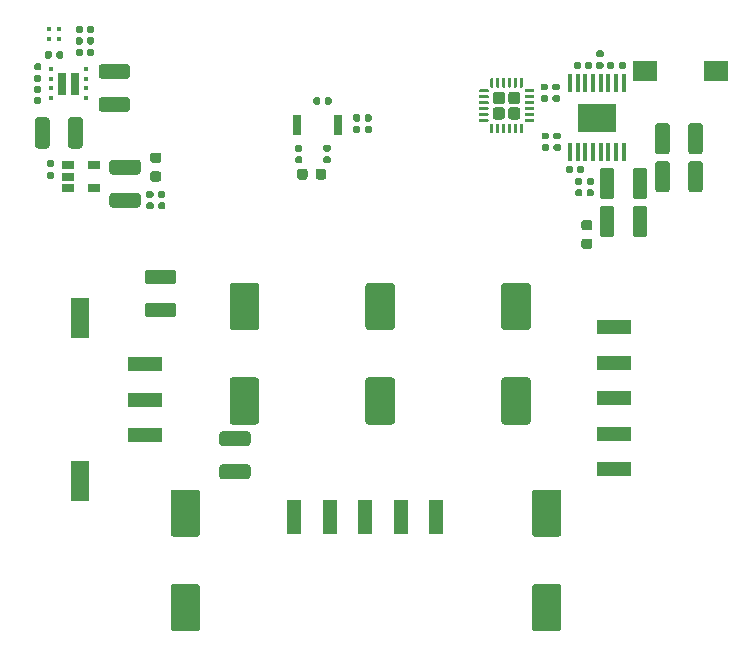
<source format=gtp>
G04 #@! TF.GenerationSoftware,KiCad,Pcbnew,5.99.0-unknown-dd374e12a~102~ubuntu20.04.1*
G04 #@! TF.CreationDate,2020-12-04T17:09:39-08:00*
G04 #@! TF.ProjectId,BLDC,424c4443-2e6b-4696-9361-645f70636258,rev?*
G04 #@! TF.SameCoordinates,Original*
G04 #@! TF.FileFunction,Paste,Top*
G04 #@! TF.FilePolarity,Positive*
%FSLAX46Y46*%
G04 Gerber Fmt 4.6, Leading zero omitted, Abs format (unit mm)*
G04 Created by KiCad (PCBNEW 5.99.0-unknown-dd374e12a~102~ubuntu20.04.1) date 2020-12-04 17:09:39*
%MOMM*%
%LPD*%
G01*
G04 APERTURE LIST*
%ADD10R,3.290000X2.410000*%
%ADD11R,0.450000X1.500000*%
%ADD12R,2.000000X1.700000*%
%ADD13R,0.450000X0.450000*%
%ADD14R,1.060000X0.650000*%
%ADD15R,2.920000X1.270000*%
%ADD16R,1.650000X3.430000*%
%ADD17R,0.800000X1.700000*%
%ADD18R,1.270000X2.920000*%
%ADD19R,0.450000X0.400000*%
%ADD20R,0.800000X1.900000*%
G04 APERTURE END LIST*
G36*
G01*
X162307500Y-93240000D02*
X162652500Y-93240000D01*
G75*
G02*
X162800000Y-93387500I0J-147500D01*
G01*
X162800000Y-93682500D01*
G75*
G02*
X162652500Y-93830000I-147500J0D01*
G01*
X162307500Y-93830000D01*
G75*
G02*
X162160000Y-93682500I0J147500D01*
G01*
X162160000Y-93387500D01*
G75*
G02*
X162307500Y-93240000I147500J0D01*
G01*
G37*
G36*
G01*
X162307500Y-92270000D02*
X162652500Y-92270000D01*
G75*
G02*
X162800000Y-92417500I0J-147500D01*
G01*
X162800000Y-92712500D01*
G75*
G02*
X162652500Y-92860000I-147500J0D01*
G01*
X162307500Y-92860000D01*
G75*
G02*
X162160000Y-92712500I0J147500D01*
G01*
X162160000Y-92417500D01*
G75*
G02*
X162307500Y-92270000I147500J0D01*
G01*
G37*
G36*
G01*
X163317500Y-92270000D02*
X163662500Y-92270000D01*
G75*
G02*
X163810000Y-92417500I0J-147500D01*
G01*
X163810000Y-92712500D01*
G75*
G02*
X163662500Y-92860000I-147500J0D01*
G01*
X163317500Y-92860000D01*
G75*
G02*
X163170000Y-92712500I0J147500D01*
G01*
X163170000Y-92417500D01*
G75*
G02*
X163317500Y-92270000I147500J0D01*
G01*
G37*
G36*
G01*
X163317500Y-93240000D02*
X163662500Y-93240000D01*
G75*
G02*
X163810000Y-93387500I0J-147500D01*
G01*
X163810000Y-93682500D01*
G75*
G02*
X163662500Y-93830000I-147500J0D01*
G01*
X163317500Y-93830000D01*
G75*
G02*
X163170000Y-93682500I0J147500D01*
G01*
X163170000Y-93387500D01*
G75*
G02*
X163317500Y-93240000I147500J0D01*
G01*
G37*
G36*
G01*
X142350000Y-95543750D02*
X142350000Y-96056250D01*
G75*
G02*
X142131250Y-96275000I-218750J0D01*
G01*
X141693750Y-96275000D01*
G75*
G02*
X141475000Y-96056250I0J218750D01*
G01*
X141475000Y-95543750D01*
G75*
G02*
X141693750Y-95325000I218750J0D01*
G01*
X142131250Y-95325000D01*
G75*
G02*
X142350000Y-95543750I0J-218750D01*
G01*
G37*
G36*
G01*
X143925000Y-95543750D02*
X143925000Y-96056250D01*
G75*
G02*
X143706250Y-96275000I-218750J0D01*
G01*
X143268750Y-96275000D01*
G75*
G02*
X143050000Y-96056250I0J218750D01*
G01*
X143050000Y-95543750D01*
G75*
G02*
X143268750Y-95325000I218750J0D01*
G01*
X143706250Y-95325000D01*
G75*
G02*
X143925000Y-95543750I0J-218750D01*
G01*
G37*
G36*
G01*
X129756250Y-94850000D02*
X129243750Y-94850000D01*
G75*
G02*
X129025000Y-94631250I0J218750D01*
G01*
X129025000Y-94193750D01*
G75*
G02*
X129243750Y-93975000I218750J0D01*
G01*
X129756250Y-93975000D01*
G75*
G02*
X129975000Y-94193750I0J-218750D01*
G01*
X129975000Y-94631250D01*
G75*
G02*
X129756250Y-94850000I-218750J0D01*
G01*
G37*
G36*
G01*
X129756250Y-96425000D02*
X129243750Y-96425000D01*
G75*
G02*
X129025000Y-96206250I0J218750D01*
G01*
X129025000Y-95768750D01*
G75*
G02*
X129243750Y-95550000I218750J0D01*
G01*
X129756250Y-95550000D01*
G75*
G02*
X129975000Y-95768750I0J-218750D01*
G01*
X129975000Y-96206250D01*
G75*
G02*
X129756250Y-96425000I-218750J0D01*
G01*
G37*
D10*
X166851329Y-91000000D03*
D11*
X164576329Y-88100000D03*
X164576329Y-93900000D03*
X165226329Y-88100000D03*
X165226329Y-93900000D03*
X165876329Y-88100000D03*
X165876329Y-93900000D03*
X166526329Y-88100000D03*
X166526329Y-93900000D03*
X167176329Y-88100000D03*
X167176329Y-93900000D03*
X167826329Y-88100000D03*
X167826329Y-93900000D03*
X168476329Y-88100000D03*
X168476329Y-93900000D03*
X169126329Y-88100000D03*
X169126329Y-93900000D03*
D12*
X176900000Y-87100000D03*
X170900000Y-87100000D03*
G36*
G01*
X138000000Y-109000000D02*
X136000000Y-109000000D01*
G75*
G02*
X135750000Y-108750000I0J250000D01*
G01*
X135750000Y-105250000D01*
G75*
G02*
X136000000Y-105000000I250000J0D01*
G01*
X138000000Y-105000000D01*
G75*
G02*
X138250000Y-105250000I0J-250000D01*
G01*
X138250000Y-108750000D01*
G75*
G02*
X138000000Y-109000000I-250000J0D01*
G01*
G37*
G36*
G01*
X138000000Y-117000000D02*
X136000000Y-117000000D01*
G75*
G02*
X135750000Y-116750000I0J250000D01*
G01*
X135750000Y-113250000D01*
G75*
G02*
X136000000Y-113000000I250000J0D01*
G01*
X138000000Y-113000000D01*
G75*
G02*
X138250000Y-113250000I0J-250000D01*
G01*
X138250000Y-116750000D01*
G75*
G02*
X138000000Y-117000000I-250000J0D01*
G01*
G37*
G36*
G01*
X149500000Y-109000000D02*
X147500000Y-109000000D01*
G75*
G02*
X147250000Y-108750000I0J250000D01*
G01*
X147250000Y-105250000D01*
G75*
G02*
X147500000Y-105000000I250000J0D01*
G01*
X149500000Y-105000000D01*
G75*
G02*
X149750000Y-105250000I0J-250000D01*
G01*
X149750000Y-108750000D01*
G75*
G02*
X149500000Y-109000000I-250000J0D01*
G01*
G37*
G36*
G01*
X149500000Y-117000000D02*
X147500000Y-117000000D01*
G75*
G02*
X147250000Y-116750000I0J250000D01*
G01*
X147250000Y-113250000D01*
G75*
G02*
X147500000Y-113000000I250000J0D01*
G01*
X149500000Y-113000000D01*
G75*
G02*
X149750000Y-113250000I0J-250000D01*
G01*
X149750000Y-116750000D01*
G75*
G02*
X149500000Y-117000000I-250000J0D01*
G01*
G37*
G36*
G01*
X161000000Y-109000000D02*
X159000000Y-109000000D01*
G75*
G02*
X158750000Y-108750000I0J250000D01*
G01*
X158750000Y-105250000D01*
G75*
G02*
X159000000Y-105000000I250000J0D01*
G01*
X161000000Y-105000000D01*
G75*
G02*
X161250000Y-105250000I0J-250000D01*
G01*
X161250000Y-108750000D01*
G75*
G02*
X161000000Y-109000000I-250000J0D01*
G01*
G37*
G36*
G01*
X161000000Y-117000000D02*
X159000000Y-117000000D01*
G75*
G02*
X158750000Y-116750000I0J250000D01*
G01*
X158750000Y-113250000D01*
G75*
G02*
X159000000Y-113000000I250000J0D01*
G01*
X161000000Y-113000000D01*
G75*
G02*
X161250000Y-113250000I0J-250000D01*
G01*
X161250000Y-116750000D01*
G75*
G02*
X161000000Y-117000000I-250000J0D01*
G01*
G37*
G36*
G01*
X131000000Y-130500000D02*
X133000000Y-130500000D01*
G75*
G02*
X133250000Y-130750000I0J-250000D01*
G01*
X133250000Y-134250000D01*
G75*
G02*
X133000000Y-134500000I-250000J0D01*
G01*
X131000000Y-134500000D01*
G75*
G02*
X130750000Y-134250000I0J250000D01*
G01*
X130750000Y-130750000D01*
G75*
G02*
X131000000Y-130500000I250000J0D01*
G01*
G37*
G36*
G01*
X131000000Y-122500000D02*
X133000000Y-122500000D01*
G75*
G02*
X133250000Y-122750000I0J-250000D01*
G01*
X133250000Y-126250000D01*
G75*
G02*
X133000000Y-126500000I-250000J0D01*
G01*
X131000000Y-126500000D01*
G75*
G02*
X130750000Y-126250000I0J250000D01*
G01*
X130750000Y-122750000D01*
G75*
G02*
X131000000Y-122500000I250000J0D01*
G01*
G37*
G36*
G01*
X161600000Y-130500000D02*
X163600000Y-130500000D01*
G75*
G02*
X163850000Y-130750000I0J-250000D01*
G01*
X163850000Y-134250000D01*
G75*
G02*
X163600000Y-134500000I-250000J0D01*
G01*
X161600000Y-134500000D01*
G75*
G02*
X161350000Y-134250000I0J250000D01*
G01*
X161350000Y-130750000D01*
G75*
G02*
X161600000Y-130500000I250000J0D01*
G01*
G37*
G36*
G01*
X161600000Y-122500000D02*
X163600000Y-122500000D01*
G75*
G02*
X163850000Y-122750000I0J-250000D01*
G01*
X163850000Y-126250000D01*
G75*
G02*
X163600000Y-126500000I-250000J0D01*
G01*
X161600000Y-126500000D01*
G75*
G02*
X161350000Y-126250000I0J250000D01*
G01*
X161350000Y-122750000D01*
G75*
G02*
X161600000Y-122500000I250000J0D01*
G01*
G37*
G36*
G01*
X122720000Y-84672500D02*
X122720000Y-84327500D01*
G75*
G02*
X122867500Y-84180000I147500J0D01*
G01*
X123162500Y-84180000D01*
G75*
G02*
X123310000Y-84327500I0J-147500D01*
G01*
X123310000Y-84672500D01*
G75*
G02*
X123162500Y-84820000I-147500J0D01*
G01*
X122867500Y-84820000D01*
G75*
G02*
X122720000Y-84672500I0J147500D01*
G01*
G37*
G36*
G01*
X123690000Y-84672500D02*
X123690000Y-84327500D01*
G75*
G02*
X123837500Y-84180000I147500J0D01*
G01*
X124132500Y-84180000D01*
G75*
G02*
X124280000Y-84327500I0J-147500D01*
G01*
X124280000Y-84672500D01*
G75*
G02*
X124132500Y-84820000I-147500J0D01*
G01*
X123837500Y-84820000D01*
G75*
G02*
X123690000Y-84672500I0J147500D01*
G01*
G37*
G36*
G01*
X122720000Y-85672500D02*
X122720000Y-85327500D01*
G75*
G02*
X122867500Y-85180000I147500J0D01*
G01*
X123162500Y-85180000D01*
G75*
G02*
X123310000Y-85327500I0J-147500D01*
G01*
X123310000Y-85672500D01*
G75*
G02*
X123162500Y-85820000I-147500J0D01*
G01*
X122867500Y-85820000D01*
G75*
G02*
X122720000Y-85672500I0J147500D01*
G01*
G37*
G36*
G01*
X123690000Y-85672500D02*
X123690000Y-85327500D01*
G75*
G02*
X123837500Y-85180000I147500J0D01*
G01*
X124132500Y-85180000D01*
G75*
G02*
X124280000Y-85327500I0J-147500D01*
G01*
X124280000Y-85672500D01*
G75*
G02*
X124132500Y-85820000I-147500J0D01*
G01*
X123837500Y-85820000D01*
G75*
G02*
X123690000Y-85672500I0J147500D01*
G01*
G37*
G36*
G01*
X129827500Y-97220000D02*
X130172500Y-97220000D01*
G75*
G02*
X130320000Y-97367500I0J-147500D01*
G01*
X130320000Y-97662500D01*
G75*
G02*
X130172500Y-97810000I-147500J0D01*
G01*
X129827500Y-97810000D01*
G75*
G02*
X129680000Y-97662500I0J147500D01*
G01*
X129680000Y-97367500D01*
G75*
G02*
X129827500Y-97220000I147500J0D01*
G01*
G37*
G36*
G01*
X129827500Y-98190000D02*
X130172500Y-98190000D01*
G75*
G02*
X130320000Y-98337500I0J-147500D01*
G01*
X130320000Y-98632500D01*
G75*
G02*
X130172500Y-98780000I-147500J0D01*
G01*
X129827500Y-98780000D01*
G75*
G02*
X129680000Y-98632500I0J147500D01*
G01*
X129680000Y-98337500D01*
G75*
G02*
X129827500Y-98190000I147500J0D01*
G01*
G37*
G36*
G01*
X141427500Y-93320000D02*
X141772500Y-93320000D01*
G75*
G02*
X141920000Y-93467500I0J-147500D01*
G01*
X141920000Y-93762500D01*
G75*
G02*
X141772500Y-93910000I-147500J0D01*
G01*
X141427500Y-93910000D01*
G75*
G02*
X141280000Y-93762500I0J147500D01*
G01*
X141280000Y-93467500D01*
G75*
G02*
X141427500Y-93320000I147500J0D01*
G01*
G37*
G36*
G01*
X141427500Y-94290000D02*
X141772500Y-94290000D01*
G75*
G02*
X141920000Y-94437500I0J-147500D01*
G01*
X141920000Y-94732500D01*
G75*
G02*
X141772500Y-94880000I-147500J0D01*
G01*
X141427500Y-94880000D01*
G75*
G02*
X141280000Y-94732500I0J147500D01*
G01*
X141280000Y-94437500D01*
G75*
G02*
X141427500Y-94290000I147500J0D01*
G01*
G37*
G36*
G01*
X122720000Y-83712220D02*
X122720000Y-83367220D01*
G75*
G02*
X122867500Y-83219720I147500J0D01*
G01*
X123162500Y-83219720D01*
G75*
G02*
X123310000Y-83367220I0J-147500D01*
G01*
X123310000Y-83712220D01*
G75*
G02*
X123162500Y-83859720I-147500J0D01*
G01*
X122867500Y-83859720D01*
G75*
G02*
X122720000Y-83712220I0J147500D01*
G01*
G37*
G36*
G01*
X123690000Y-83712220D02*
X123690000Y-83367220D01*
G75*
G02*
X123837500Y-83219720I147500J0D01*
G01*
X124132500Y-83219720D01*
G75*
G02*
X124280000Y-83367220I0J-147500D01*
G01*
X124280000Y-83712220D01*
G75*
G02*
X124132500Y-83859720I-147500J0D01*
G01*
X123837500Y-83859720D01*
G75*
G02*
X123690000Y-83712220I0J147500D01*
G01*
G37*
G36*
G01*
X144172500Y-93910000D02*
X143827500Y-93910000D01*
G75*
G02*
X143680000Y-93762500I0J147500D01*
G01*
X143680000Y-93467500D01*
G75*
G02*
X143827500Y-93320000I147500J0D01*
G01*
X144172500Y-93320000D01*
G75*
G02*
X144320000Y-93467500I0J-147500D01*
G01*
X144320000Y-93762500D01*
G75*
G02*
X144172500Y-93910000I-147500J0D01*
G01*
G37*
G36*
G01*
X144172500Y-94880000D02*
X143827500Y-94880000D01*
G75*
G02*
X143680000Y-94732500I0J147500D01*
G01*
X143680000Y-94437500D01*
G75*
G02*
X143827500Y-94290000I147500J0D01*
G01*
X144172500Y-94290000D01*
G75*
G02*
X144320000Y-94437500I0J-147500D01*
G01*
X144320000Y-94732500D01*
G75*
G02*
X144172500Y-94880000I-147500J0D01*
G01*
G37*
G36*
G01*
X147780000Y-91827500D02*
X147780000Y-92172500D01*
G75*
G02*
X147632500Y-92320000I-147500J0D01*
G01*
X147337500Y-92320000D01*
G75*
G02*
X147190000Y-92172500I0J147500D01*
G01*
X147190000Y-91827500D01*
G75*
G02*
X147337500Y-91680000I147500J0D01*
G01*
X147632500Y-91680000D01*
G75*
G02*
X147780000Y-91827500I0J-147500D01*
G01*
G37*
G36*
G01*
X146810000Y-91827500D02*
X146810000Y-92172500D01*
G75*
G02*
X146662500Y-92320000I-147500J0D01*
G01*
X146367500Y-92320000D01*
G75*
G02*
X146220000Y-92172500I0J147500D01*
G01*
X146220000Y-91827500D01*
G75*
G02*
X146367500Y-91680000I147500J0D01*
G01*
X146662500Y-91680000D01*
G75*
G02*
X146810000Y-91827500I0J-147500D01*
G01*
G37*
G36*
G01*
X120772500Y-95210000D02*
X120427500Y-95210000D01*
G75*
G02*
X120280000Y-95062500I0J147500D01*
G01*
X120280000Y-94767500D01*
G75*
G02*
X120427500Y-94620000I147500J0D01*
G01*
X120772500Y-94620000D01*
G75*
G02*
X120920000Y-94767500I0J-147500D01*
G01*
X120920000Y-95062500D01*
G75*
G02*
X120772500Y-95210000I-147500J0D01*
G01*
G37*
G36*
G01*
X120772500Y-96180000D02*
X120427500Y-96180000D01*
G75*
G02*
X120280000Y-96032500I0J147500D01*
G01*
X120280000Y-95737500D01*
G75*
G02*
X120427500Y-95590000I147500J0D01*
G01*
X120772500Y-95590000D01*
G75*
G02*
X120920000Y-95737500I0J-147500D01*
G01*
X120920000Y-96032500D01*
G75*
G02*
X120772500Y-96180000I-147500J0D01*
G01*
G37*
G36*
G01*
X147190000Y-91193780D02*
X147190000Y-90848780D01*
G75*
G02*
X147337500Y-90701280I147500J0D01*
G01*
X147632500Y-90701280D01*
G75*
G02*
X147780000Y-90848780I0J-147500D01*
G01*
X147780000Y-91193780D01*
G75*
G02*
X147632500Y-91341280I-147500J0D01*
G01*
X147337500Y-91341280D01*
G75*
G02*
X147190000Y-91193780I0J147500D01*
G01*
G37*
G36*
G01*
X146220000Y-91193780D02*
X146220000Y-90848780D01*
G75*
G02*
X146367500Y-90701280I147500J0D01*
G01*
X146662500Y-90701280D01*
G75*
G02*
X146810000Y-90848780I0J-147500D01*
G01*
X146810000Y-91193780D01*
G75*
G02*
X146662500Y-91341280I-147500J0D01*
G01*
X146367500Y-91341280D01*
G75*
G02*
X146220000Y-91193780I0J147500D01*
G01*
G37*
G36*
G01*
X163227500Y-89090000D02*
X163572500Y-89090000D01*
G75*
G02*
X163720000Y-89237500I0J-147500D01*
G01*
X163720000Y-89532500D01*
G75*
G02*
X163572500Y-89680000I-147500J0D01*
G01*
X163227500Y-89680000D01*
G75*
G02*
X163080000Y-89532500I0J147500D01*
G01*
X163080000Y-89237500D01*
G75*
G02*
X163227500Y-89090000I147500J0D01*
G01*
G37*
G36*
G01*
X163227500Y-88120000D02*
X163572500Y-88120000D01*
G75*
G02*
X163720000Y-88267500I0J-147500D01*
G01*
X163720000Y-88562500D01*
G75*
G02*
X163572500Y-88710000I-147500J0D01*
G01*
X163227500Y-88710000D01*
G75*
G02*
X163080000Y-88562500I0J147500D01*
G01*
X163080000Y-88267500D01*
G75*
G02*
X163227500Y-88120000I147500J0D01*
G01*
G37*
G36*
G01*
X162227500Y-89090000D02*
X162572500Y-89090000D01*
G75*
G02*
X162720000Y-89237500I0J-147500D01*
G01*
X162720000Y-89532500D01*
G75*
G02*
X162572500Y-89680000I-147500J0D01*
G01*
X162227500Y-89680000D01*
G75*
G02*
X162080000Y-89532500I0J147500D01*
G01*
X162080000Y-89237500D01*
G75*
G02*
X162227500Y-89090000I147500J0D01*
G01*
G37*
G36*
G01*
X162227500Y-88120000D02*
X162572500Y-88120000D01*
G75*
G02*
X162720000Y-88267500I0J-147500D01*
G01*
X162720000Y-88562500D01*
G75*
G02*
X162572500Y-88710000I-147500J0D01*
G01*
X162227500Y-88710000D01*
G75*
G02*
X162080000Y-88562500I0J147500D01*
G01*
X162080000Y-88267500D01*
G75*
G02*
X162227500Y-88120000I147500J0D01*
G01*
G37*
G36*
G01*
X143410000Y-89427500D02*
X143410000Y-89772500D01*
G75*
G02*
X143262500Y-89920000I-147500J0D01*
G01*
X142967500Y-89920000D01*
G75*
G02*
X142820000Y-89772500I0J147500D01*
G01*
X142820000Y-89427500D01*
G75*
G02*
X142967500Y-89280000I147500J0D01*
G01*
X143262500Y-89280000D01*
G75*
G02*
X143410000Y-89427500I0J-147500D01*
G01*
G37*
G36*
G01*
X144380000Y-89427500D02*
X144380000Y-89772500D01*
G75*
G02*
X144232500Y-89920000I-147500J0D01*
G01*
X143937500Y-89920000D01*
G75*
G02*
X143790000Y-89772500I0J147500D01*
G01*
X143790000Y-89427500D01*
G75*
G02*
X143937500Y-89280000I147500J0D01*
G01*
X144232500Y-89280000D01*
G75*
G02*
X144380000Y-89427500I0J-147500D01*
G01*
G37*
D13*
X120475000Y-83500000D03*
X121325000Y-83500000D03*
X121325000Y-84350000D03*
X120475000Y-84350000D03*
D14*
X122100000Y-95050000D03*
X122100000Y-96000000D03*
X122100000Y-96950000D03*
X124300000Y-96950000D03*
X124300000Y-95050000D03*
D15*
X128570000Y-111900000D03*
X128570000Y-114900000D03*
X128570000Y-117900000D03*
D16*
X123100000Y-121785000D03*
X123100000Y-108015000D03*
D17*
X141500000Y-91600000D03*
X144900000Y-91600000D03*
G36*
G01*
X119672500Y-88910000D02*
X119327500Y-88910000D01*
G75*
G02*
X119180000Y-88762500I0J147500D01*
G01*
X119180000Y-88467500D01*
G75*
G02*
X119327500Y-88320000I147500J0D01*
G01*
X119672500Y-88320000D01*
G75*
G02*
X119820000Y-88467500I0J-147500D01*
G01*
X119820000Y-88762500D01*
G75*
G02*
X119672500Y-88910000I-147500J0D01*
G01*
G37*
G36*
G01*
X119672500Y-89880000D02*
X119327500Y-89880000D01*
G75*
G02*
X119180000Y-89732500I0J147500D01*
G01*
X119180000Y-89437500D01*
G75*
G02*
X119327500Y-89290000I147500J0D01*
G01*
X119672500Y-89290000D01*
G75*
G02*
X119820000Y-89437500I0J-147500D01*
G01*
X119820000Y-89732500D01*
G75*
G02*
X119672500Y-89880000I-147500J0D01*
G01*
G37*
G36*
G01*
X119672500Y-87010000D02*
X119327500Y-87010000D01*
G75*
G02*
X119180000Y-86862500I0J147500D01*
G01*
X119180000Y-86567500D01*
G75*
G02*
X119327500Y-86420000I147500J0D01*
G01*
X119672500Y-86420000D01*
G75*
G02*
X119820000Y-86567500I0J-147500D01*
G01*
X119820000Y-86862500D01*
G75*
G02*
X119672500Y-87010000I-147500J0D01*
G01*
G37*
G36*
G01*
X119672500Y-87980000D02*
X119327500Y-87980000D01*
G75*
G02*
X119180000Y-87832500I0J147500D01*
G01*
X119180000Y-87537500D01*
G75*
G02*
X119327500Y-87390000I147500J0D01*
G01*
X119672500Y-87390000D01*
G75*
G02*
X119820000Y-87537500I0J-147500D01*
G01*
X119820000Y-87832500D01*
G75*
G02*
X119672500Y-87980000I-147500J0D01*
G01*
G37*
G36*
G01*
X168325000Y-95525000D02*
X168325000Y-97675000D01*
G75*
G02*
X168075000Y-97925000I-250000J0D01*
G01*
X167325000Y-97925000D01*
G75*
G02*
X167075000Y-97675000I0J250000D01*
G01*
X167075000Y-95525000D01*
G75*
G02*
X167325000Y-95275000I250000J0D01*
G01*
X168075000Y-95275000D01*
G75*
G02*
X168325000Y-95525000I0J-250000D01*
G01*
G37*
G36*
G01*
X171125000Y-95525000D02*
X171125000Y-97675000D01*
G75*
G02*
X170875000Y-97925000I-250000J0D01*
G01*
X170125000Y-97925000D01*
G75*
G02*
X169875000Y-97675000I0J250000D01*
G01*
X169875000Y-95525000D01*
G75*
G02*
X170125000Y-95275000I250000J0D01*
G01*
X170875000Y-95275000D01*
G75*
G02*
X171125000Y-95525000I0J-250000D01*
G01*
G37*
D18*
X153230000Y-124820000D03*
X150230000Y-124820000D03*
X147230000Y-124820000D03*
X144230000Y-124820000D03*
X141230000Y-124820000D03*
D15*
X168320000Y-108770000D03*
X168320000Y-111770000D03*
X168320000Y-114770000D03*
X168320000Y-117770000D03*
X168320000Y-120770000D03*
G36*
G01*
X135125000Y-120375000D02*
X137275000Y-120375000D01*
G75*
G02*
X137525000Y-120625000I0J-250000D01*
G01*
X137525000Y-121375000D01*
G75*
G02*
X137275000Y-121625000I-250000J0D01*
G01*
X135125000Y-121625000D01*
G75*
G02*
X134875000Y-121375000I0J250000D01*
G01*
X134875000Y-120625000D01*
G75*
G02*
X135125000Y-120375000I250000J0D01*
G01*
G37*
G36*
G01*
X135125000Y-117575000D02*
X137275000Y-117575000D01*
G75*
G02*
X137525000Y-117825000I0J-250000D01*
G01*
X137525000Y-118575000D01*
G75*
G02*
X137275000Y-118825000I-250000J0D01*
G01*
X135125000Y-118825000D01*
G75*
G02*
X134875000Y-118575000I0J250000D01*
G01*
X134875000Y-117825000D01*
G75*
G02*
X135125000Y-117575000I250000J0D01*
G01*
G37*
G36*
G01*
X128825000Y-106675000D02*
X130975000Y-106675000D01*
G75*
G02*
X131225000Y-106925000I0J-250000D01*
G01*
X131225000Y-107675000D01*
G75*
G02*
X130975000Y-107925000I-250000J0D01*
G01*
X128825000Y-107925000D01*
G75*
G02*
X128575000Y-107675000I0J250000D01*
G01*
X128575000Y-106925000D01*
G75*
G02*
X128825000Y-106675000I250000J0D01*
G01*
G37*
G36*
G01*
X128825000Y-103875000D02*
X130975000Y-103875000D01*
G75*
G02*
X131225000Y-104125000I0J-250000D01*
G01*
X131225000Y-104875000D01*
G75*
G02*
X130975000Y-105125000I-250000J0D01*
G01*
X128825000Y-105125000D01*
G75*
G02*
X128575000Y-104875000I0J250000D01*
G01*
X128575000Y-104125000D01*
G75*
G02*
X128825000Y-103875000I250000J0D01*
G01*
G37*
G36*
G01*
X160375000Y-90375000D02*
X160375000Y-90925000D01*
G75*
G02*
X160125000Y-91175000I-250000J0D01*
G01*
X159575000Y-91175000D01*
G75*
G02*
X159325000Y-90925000I0J250000D01*
G01*
X159325000Y-90375000D01*
G75*
G02*
X159575000Y-90125000I250000J0D01*
G01*
X160125000Y-90125000D01*
G75*
G02*
X160375000Y-90375000I0J-250000D01*
G01*
G37*
G36*
G01*
X160375000Y-89075000D02*
X160375000Y-89625000D01*
G75*
G02*
X160125000Y-89875000I-250000J0D01*
G01*
X159575000Y-89875000D01*
G75*
G02*
X159325000Y-89625000I0J250000D01*
G01*
X159325000Y-89075000D01*
G75*
G02*
X159575000Y-88825000I250000J0D01*
G01*
X160125000Y-88825000D01*
G75*
G02*
X160375000Y-89075000I0J-250000D01*
G01*
G37*
G36*
G01*
X159075000Y-90375000D02*
X159075000Y-90925000D01*
G75*
G02*
X158825000Y-91175000I-250000J0D01*
G01*
X158275000Y-91175000D01*
G75*
G02*
X158025000Y-90925000I0J250000D01*
G01*
X158025000Y-90375000D01*
G75*
G02*
X158275000Y-90125000I250000J0D01*
G01*
X158825000Y-90125000D01*
G75*
G02*
X159075000Y-90375000I0J-250000D01*
G01*
G37*
G36*
G01*
X159075000Y-89075000D02*
X159075000Y-89625000D01*
G75*
G02*
X158825000Y-89875000I-250000J0D01*
G01*
X158275000Y-89875000D01*
G75*
G02*
X158025000Y-89625000I0J250000D01*
G01*
X158025000Y-89075000D01*
G75*
G02*
X158275000Y-88825000I250000J0D01*
G01*
X158825000Y-88825000D01*
G75*
G02*
X159075000Y-89075000I0J-250000D01*
G01*
G37*
G36*
G01*
X161550000Y-91187500D02*
X161550000Y-91312500D01*
G75*
G02*
X161487500Y-91375000I-62500J0D01*
G01*
X160787500Y-91375000D01*
G75*
G02*
X160725000Y-91312500I0J62500D01*
G01*
X160725000Y-91187500D01*
G75*
G02*
X160787500Y-91125000I62500J0D01*
G01*
X161487500Y-91125000D01*
G75*
G02*
X161550000Y-91187500I0J-62500D01*
G01*
G37*
G36*
G01*
X161550000Y-90687500D02*
X161550000Y-90812500D01*
G75*
G02*
X161487500Y-90875000I-62500J0D01*
G01*
X160787500Y-90875000D01*
G75*
G02*
X160725000Y-90812500I0J62500D01*
G01*
X160725000Y-90687500D01*
G75*
G02*
X160787500Y-90625000I62500J0D01*
G01*
X161487500Y-90625000D01*
G75*
G02*
X161550000Y-90687500I0J-62500D01*
G01*
G37*
G36*
G01*
X161550000Y-90187500D02*
X161550000Y-90312500D01*
G75*
G02*
X161487500Y-90375000I-62500J0D01*
G01*
X160787500Y-90375000D01*
G75*
G02*
X160725000Y-90312500I0J62500D01*
G01*
X160725000Y-90187500D01*
G75*
G02*
X160787500Y-90125000I62500J0D01*
G01*
X161487500Y-90125000D01*
G75*
G02*
X161550000Y-90187500I0J-62500D01*
G01*
G37*
G36*
G01*
X161550000Y-89687500D02*
X161550000Y-89812500D01*
G75*
G02*
X161487500Y-89875000I-62500J0D01*
G01*
X160787500Y-89875000D01*
G75*
G02*
X160725000Y-89812500I0J62500D01*
G01*
X160725000Y-89687500D01*
G75*
G02*
X160787500Y-89625000I62500J0D01*
G01*
X161487500Y-89625000D01*
G75*
G02*
X161550000Y-89687500I0J-62500D01*
G01*
G37*
G36*
G01*
X161550000Y-89187500D02*
X161550000Y-89312500D01*
G75*
G02*
X161487500Y-89375000I-62500J0D01*
G01*
X160787500Y-89375000D01*
G75*
G02*
X160725000Y-89312500I0J62500D01*
G01*
X160725000Y-89187500D01*
G75*
G02*
X160787500Y-89125000I62500J0D01*
G01*
X161487500Y-89125000D01*
G75*
G02*
X161550000Y-89187500I0J-62500D01*
G01*
G37*
G36*
G01*
X161550000Y-88687500D02*
X161550000Y-88812500D01*
G75*
G02*
X161487500Y-88875000I-62500J0D01*
G01*
X160787500Y-88875000D01*
G75*
G02*
X160725000Y-88812500I0J62500D01*
G01*
X160725000Y-88687500D01*
G75*
G02*
X160787500Y-88625000I62500J0D01*
G01*
X161487500Y-88625000D01*
G75*
G02*
X161550000Y-88687500I0J-62500D01*
G01*
G37*
G36*
G01*
X160575000Y-87712500D02*
X160575000Y-88412500D01*
G75*
G02*
X160512500Y-88475000I-62500J0D01*
G01*
X160387500Y-88475000D01*
G75*
G02*
X160325000Y-88412500I0J62500D01*
G01*
X160325000Y-87712500D01*
G75*
G02*
X160387500Y-87650000I62500J0D01*
G01*
X160512500Y-87650000D01*
G75*
G02*
X160575000Y-87712500I0J-62500D01*
G01*
G37*
G36*
G01*
X160075000Y-87712500D02*
X160075000Y-88412500D01*
G75*
G02*
X160012500Y-88475000I-62500J0D01*
G01*
X159887500Y-88475000D01*
G75*
G02*
X159825000Y-88412500I0J62500D01*
G01*
X159825000Y-87712500D01*
G75*
G02*
X159887500Y-87650000I62500J0D01*
G01*
X160012500Y-87650000D01*
G75*
G02*
X160075000Y-87712500I0J-62500D01*
G01*
G37*
G36*
G01*
X159575000Y-87712500D02*
X159575000Y-88412500D01*
G75*
G02*
X159512500Y-88475000I-62500J0D01*
G01*
X159387500Y-88475000D01*
G75*
G02*
X159325000Y-88412500I0J62500D01*
G01*
X159325000Y-87712500D01*
G75*
G02*
X159387500Y-87650000I62500J0D01*
G01*
X159512500Y-87650000D01*
G75*
G02*
X159575000Y-87712500I0J-62500D01*
G01*
G37*
G36*
G01*
X159075000Y-87712500D02*
X159075000Y-88412500D01*
G75*
G02*
X159012500Y-88475000I-62500J0D01*
G01*
X158887500Y-88475000D01*
G75*
G02*
X158825000Y-88412500I0J62500D01*
G01*
X158825000Y-87712500D01*
G75*
G02*
X158887500Y-87650000I62500J0D01*
G01*
X159012500Y-87650000D01*
G75*
G02*
X159075000Y-87712500I0J-62500D01*
G01*
G37*
G36*
G01*
X158575000Y-87712500D02*
X158575000Y-88412500D01*
G75*
G02*
X158512500Y-88475000I-62500J0D01*
G01*
X158387500Y-88475000D01*
G75*
G02*
X158325000Y-88412500I0J62500D01*
G01*
X158325000Y-87712500D01*
G75*
G02*
X158387500Y-87650000I62500J0D01*
G01*
X158512500Y-87650000D01*
G75*
G02*
X158575000Y-87712500I0J-62500D01*
G01*
G37*
G36*
G01*
X158075000Y-87712500D02*
X158075000Y-88412500D01*
G75*
G02*
X158012500Y-88475000I-62500J0D01*
G01*
X157887500Y-88475000D01*
G75*
G02*
X157825000Y-88412500I0J62500D01*
G01*
X157825000Y-87712500D01*
G75*
G02*
X157887500Y-87650000I62500J0D01*
G01*
X158012500Y-87650000D01*
G75*
G02*
X158075000Y-87712500I0J-62500D01*
G01*
G37*
G36*
G01*
X157675000Y-88687500D02*
X157675000Y-88812500D01*
G75*
G02*
X157612500Y-88875000I-62500J0D01*
G01*
X156912500Y-88875000D01*
G75*
G02*
X156850000Y-88812500I0J62500D01*
G01*
X156850000Y-88687500D01*
G75*
G02*
X156912500Y-88625000I62500J0D01*
G01*
X157612500Y-88625000D01*
G75*
G02*
X157675000Y-88687500I0J-62500D01*
G01*
G37*
G36*
G01*
X157675000Y-89187500D02*
X157675000Y-89312500D01*
G75*
G02*
X157612500Y-89375000I-62500J0D01*
G01*
X156912500Y-89375000D01*
G75*
G02*
X156850000Y-89312500I0J62500D01*
G01*
X156850000Y-89187500D01*
G75*
G02*
X156912500Y-89125000I62500J0D01*
G01*
X157612500Y-89125000D01*
G75*
G02*
X157675000Y-89187500I0J-62500D01*
G01*
G37*
G36*
G01*
X157675000Y-89687500D02*
X157675000Y-89812500D01*
G75*
G02*
X157612500Y-89875000I-62500J0D01*
G01*
X156912500Y-89875000D01*
G75*
G02*
X156850000Y-89812500I0J62500D01*
G01*
X156850000Y-89687500D01*
G75*
G02*
X156912500Y-89625000I62500J0D01*
G01*
X157612500Y-89625000D01*
G75*
G02*
X157675000Y-89687500I0J-62500D01*
G01*
G37*
G36*
G01*
X157675000Y-90187500D02*
X157675000Y-90312500D01*
G75*
G02*
X157612500Y-90375000I-62500J0D01*
G01*
X156912500Y-90375000D01*
G75*
G02*
X156850000Y-90312500I0J62500D01*
G01*
X156850000Y-90187500D01*
G75*
G02*
X156912500Y-90125000I62500J0D01*
G01*
X157612500Y-90125000D01*
G75*
G02*
X157675000Y-90187500I0J-62500D01*
G01*
G37*
G36*
G01*
X157675000Y-90687500D02*
X157675000Y-90812500D01*
G75*
G02*
X157612500Y-90875000I-62500J0D01*
G01*
X156912500Y-90875000D01*
G75*
G02*
X156850000Y-90812500I0J62500D01*
G01*
X156850000Y-90687500D01*
G75*
G02*
X156912500Y-90625000I62500J0D01*
G01*
X157612500Y-90625000D01*
G75*
G02*
X157675000Y-90687500I0J-62500D01*
G01*
G37*
G36*
G01*
X157675000Y-91187500D02*
X157675000Y-91312500D01*
G75*
G02*
X157612500Y-91375000I-62500J0D01*
G01*
X156912500Y-91375000D01*
G75*
G02*
X156850000Y-91312500I0J62500D01*
G01*
X156850000Y-91187500D01*
G75*
G02*
X156912500Y-91125000I62500J0D01*
G01*
X157612500Y-91125000D01*
G75*
G02*
X157675000Y-91187500I0J-62500D01*
G01*
G37*
G36*
G01*
X158075000Y-91587500D02*
X158075000Y-92287500D01*
G75*
G02*
X158012500Y-92350000I-62500J0D01*
G01*
X157887500Y-92350000D01*
G75*
G02*
X157825000Y-92287500I0J62500D01*
G01*
X157825000Y-91587500D01*
G75*
G02*
X157887500Y-91525000I62500J0D01*
G01*
X158012500Y-91525000D01*
G75*
G02*
X158075000Y-91587500I0J-62500D01*
G01*
G37*
G36*
G01*
X158575000Y-91587500D02*
X158575000Y-92287500D01*
G75*
G02*
X158512500Y-92350000I-62500J0D01*
G01*
X158387500Y-92350000D01*
G75*
G02*
X158325000Y-92287500I0J62500D01*
G01*
X158325000Y-91587500D01*
G75*
G02*
X158387500Y-91525000I62500J0D01*
G01*
X158512500Y-91525000D01*
G75*
G02*
X158575000Y-91587500I0J-62500D01*
G01*
G37*
G36*
G01*
X159075000Y-91587500D02*
X159075000Y-92287500D01*
G75*
G02*
X159012500Y-92350000I-62500J0D01*
G01*
X158887500Y-92350000D01*
G75*
G02*
X158825000Y-92287500I0J62500D01*
G01*
X158825000Y-91587500D01*
G75*
G02*
X158887500Y-91525000I62500J0D01*
G01*
X159012500Y-91525000D01*
G75*
G02*
X159075000Y-91587500I0J-62500D01*
G01*
G37*
G36*
G01*
X159575000Y-91587500D02*
X159575000Y-92287500D01*
G75*
G02*
X159512500Y-92350000I-62500J0D01*
G01*
X159387500Y-92350000D01*
G75*
G02*
X159325000Y-92287500I0J62500D01*
G01*
X159325000Y-91587500D01*
G75*
G02*
X159387500Y-91525000I62500J0D01*
G01*
X159512500Y-91525000D01*
G75*
G02*
X159575000Y-91587500I0J-62500D01*
G01*
G37*
G36*
G01*
X160075000Y-91587500D02*
X160075000Y-92287500D01*
G75*
G02*
X160012500Y-92350000I-62500J0D01*
G01*
X159887500Y-92350000D01*
G75*
G02*
X159825000Y-92287500I0J62500D01*
G01*
X159825000Y-91587500D01*
G75*
G02*
X159887500Y-91525000I62500J0D01*
G01*
X160012500Y-91525000D01*
G75*
G02*
X160075000Y-91587500I0J-62500D01*
G01*
G37*
G36*
G01*
X160575000Y-91587500D02*
X160575000Y-92287500D01*
G75*
G02*
X160512500Y-92350000I-62500J0D01*
G01*
X160387500Y-92350000D01*
G75*
G02*
X160325000Y-92287500I0J62500D01*
G01*
X160325000Y-91587500D01*
G75*
G02*
X160387500Y-91525000I62500J0D01*
G01*
X160512500Y-91525000D01*
G75*
G02*
X160575000Y-91587500I0J-62500D01*
G01*
G37*
G36*
G01*
X173025000Y-94925000D02*
X173025000Y-97075000D01*
G75*
G02*
X172775000Y-97325000I-250000J0D01*
G01*
X172025000Y-97325000D01*
G75*
G02*
X171775000Y-97075000I0J250000D01*
G01*
X171775000Y-94925000D01*
G75*
G02*
X172025000Y-94675000I250000J0D01*
G01*
X172775000Y-94675000D01*
G75*
G02*
X173025000Y-94925000I0J-250000D01*
G01*
G37*
G36*
G01*
X175825000Y-94925000D02*
X175825000Y-97075000D01*
G75*
G02*
X175575000Y-97325000I-250000J0D01*
G01*
X174825000Y-97325000D01*
G75*
G02*
X174575000Y-97075000I0J250000D01*
G01*
X174575000Y-94925000D01*
G75*
G02*
X174825000Y-94675000I250000J0D01*
G01*
X175575000Y-94675000D01*
G75*
G02*
X175825000Y-94925000I0J-250000D01*
G01*
G37*
G36*
G01*
X127075000Y-87725000D02*
X124925000Y-87725000D01*
G75*
G02*
X124675000Y-87475000I0J250000D01*
G01*
X124675000Y-86725000D01*
G75*
G02*
X124925000Y-86475000I250000J0D01*
G01*
X127075000Y-86475000D01*
G75*
G02*
X127325000Y-86725000I0J-250000D01*
G01*
X127325000Y-87475000D01*
G75*
G02*
X127075000Y-87725000I-250000J0D01*
G01*
G37*
G36*
G01*
X127075000Y-90525000D02*
X124925000Y-90525000D01*
G75*
G02*
X124675000Y-90275000I0J250000D01*
G01*
X124675000Y-89525000D01*
G75*
G02*
X124925000Y-89275000I250000J0D01*
G01*
X127075000Y-89275000D01*
G75*
G02*
X127325000Y-89525000I0J-250000D01*
G01*
X127325000Y-90275000D01*
G75*
G02*
X127075000Y-90525000I-250000J0D01*
G01*
G37*
G36*
G01*
X127975000Y-95825000D02*
X125825000Y-95825000D01*
G75*
G02*
X125575000Y-95575000I0J250000D01*
G01*
X125575000Y-94825000D01*
G75*
G02*
X125825000Y-94575000I250000J0D01*
G01*
X127975000Y-94575000D01*
G75*
G02*
X128225000Y-94825000I0J-250000D01*
G01*
X128225000Y-95575000D01*
G75*
G02*
X127975000Y-95825000I-250000J0D01*
G01*
G37*
G36*
G01*
X127975000Y-98625000D02*
X125825000Y-98625000D01*
G75*
G02*
X125575000Y-98375000I0J250000D01*
G01*
X125575000Y-97625000D01*
G75*
G02*
X125825000Y-97375000I250000J0D01*
G01*
X127975000Y-97375000D01*
G75*
G02*
X128225000Y-97625000I0J-250000D01*
G01*
X128225000Y-98375000D01*
G75*
G02*
X127975000Y-98625000I-250000J0D01*
G01*
G37*
G36*
G01*
X122075000Y-93375000D02*
X122075000Y-91225000D01*
G75*
G02*
X122325000Y-90975000I250000J0D01*
G01*
X123075000Y-90975000D01*
G75*
G02*
X123325000Y-91225000I0J-250000D01*
G01*
X123325000Y-93375000D01*
G75*
G02*
X123075000Y-93625000I-250000J0D01*
G01*
X122325000Y-93625000D01*
G75*
G02*
X122075000Y-93375000I0J250000D01*
G01*
G37*
G36*
G01*
X119275000Y-93375000D02*
X119275000Y-91225000D01*
G75*
G02*
X119525000Y-90975000I250000J0D01*
G01*
X120275000Y-90975000D01*
G75*
G02*
X120525000Y-91225000I0J-250000D01*
G01*
X120525000Y-93375000D01*
G75*
G02*
X120275000Y-93625000I-250000J0D01*
G01*
X119525000Y-93625000D01*
G75*
G02*
X119275000Y-93375000I0J250000D01*
G01*
G37*
G36*
G01*
X165743750Y-101250000D02*
X166256250Y-101250000D01*
G75*
G02*
X166475000Y-101468750I0J-218750D01*
G01*
X166475000Y-101906250D01*
G75*
G02*
X166256250Y-102125000I-218750J0D01*
G01*
X165743750Y-102125000D01*
G75*
G02*
X165525000Y-101906250I0J218750D01*
G01*
X165525000Y-101468750D01*
G75*
G02*
X165743750Y-101250000I218750J0D01*
G01*
G37*
G36*
G01*
X165743750Y-99675000D02*
X166256250Y-99675000D01*
G75*
G02*
X166475000Y-99893750I0J-218750D01*
G01*
X166475000Y-100331250D01*
G75*
G02*
X166256250Y-100550000I-218750J0D01*
G01*
X165743750Y-100550000D01*
G75*
G02*
X165525000Y-100331250I0J218750D01*
G01*
X165525000Y-99893750D01*
G75*
G02*
X165743750Y-99675000I218750J0D01*
G01*
G37*
G36*
G01*
X129172500Y-97810000D02*
X128827500Y-97810000D01*
G75*
G02*
X128680000Y-97662500I0J147500D01*
G01*
X128680000Y-97367500D01*
G75*
G02*
X128827500Y-97220000I147500J0D01*
G01*
X129172500Y-97220000D01*
G75*
G02*
X129320000Y-97367500I0J-147500D01*
G01*
X129320000Y-97662500D01*
G75*
G02*
X129172500Y-97810000I-147500J0D01*
G01*
G37*
G36*
G01*
X129172500Y-98780000D02*
X128827500Y-98780000D01*
G75*
G02*
X128680000Y-98632500I0J147500D01*
G01*
X128680000Y-98337500D01*
G75*
G02*
X128827500Y-98190000I147500J0D01*
G01*
X129172500Y-98190000D01*
G75*
G02*
X129320000Y-98337500I0J-147500D01*
G01*
X129320000Y-98632500D01*
G75*
G02*
X129172500Y-98780000I-147500J0D01*
G01*
G37*
G36*
G01*
X121090000Y-85872500D02*
X121090000Y-85527500D01*
G75*
G02*
X121237500Y-85380000I147500J0D01*
G01*
X121532500Y-85380000D01*
G75*
G02*
X121680000Y-85527500I0J-147500D01*
G01*
X121680000Y-85872500D01*
G75*
G02*
X121532500Y-86020000I-147500J0D01*
G01*
X121237500Y-86020000D01*
G75*
G02*
X121090000Y-85872500I0J147500D01*
G01*
G37*
G36*
G01*
X120120000Y-85872500D02*
X120120000Y-85527500D01*
G75*
G02*
X120267500Y-85380000I147500J0D01*
G01*
X120562500Y-85380000D01*
G75*
G02*
X120710000Y-85527500I0J-147500D01*
G01*
X120710000Y-85872500D01*
G75*
G02*
X120562500Y-86020000I-147500J0D01*
G01*
X120267500Y-86020000D01*
G75*
G02*
X120120000Y-85872500I0J147500D01*
G01*
G37*
D19*
X120605000Y-89330000D03*
X123555000Y-89330000D03*
X120605000Y-88530000D03*
X123555000Y-88530000D03*
X120605000Y-87730000D03*
X123555000Y-87730000D03*
X120605000Y-86930000D03*
X123555000Y-86930000D03*
D20*
X121530000Y-88130000D03*
X122630000Y-88130000D03*
G36*
G01*
X168690000Y-86772500D02*
X168690000Y-86427500D01*
G75*
G02*
X168837500Y-86280000I147500J0D01*
G01*
X169132500Y-86280000D01*
G75*
G02*
X169280000Y-86427500I0J-147500D01*
G01*
X169280000Y-86772500D01*
G75*
G02*
X169132500Y-86920000I-147500J0D01*
G01*
X168837500Y-86920000D01*
G75*
G02*
X168690000Y-86772500I0J147500D01*
G01*
G37*
G36*
G01*
X167720000Y-86772500D02*
X167720000Y-86427500D01*
G75*
G02*
X167867500Y-86280000I147500J0D01*
G01*
X168162500Y-86280000D01*
G75*
G02*
X168310000Y-86427500I0J-147500D01*
G01*
X168310000Y-86772500D01*
G75*
G02*
X168162500Y-86920000I-147500J0D01*
G01*
X167867500Y-86920000D01*
G75*
G02*
X167720000Y-86772500I0J147500D01*
G01*
G37*
G36*
G01*
X168325000Y-98725000D02*
X168325000Y-100875000D01*
G75*
G02*
X168075000Y-101125000I-250000J0D01*
G01*
X167325000Y-101125000D01*
G75*
G02*
X167075000Y-100875000I0J250000D01*
G01*
X167075000Y-98725000D01*
G75*
G02*
X167325000Y-98475000I250000J0D01*
G01*
X168075000Y-98475000D01*
G75*
G02*
X168325000Y-98725000I0J-250000D01*
G01*
G37*
G36*
G01*
X171125000Y-98725000D02*
X171125000Y-100875000D01*
G75*
G02*
X170875000Y-101125000I-250000J0D01*
G01*
X170125000Y-101125000D01*
G75*
G02*
X169875000Y-100875000I0J250000D01*
G01*
X169875000Y-98725000D01*
G75*
G02*
X170125000Y-98475000I250000J0D01*
G01*
X170875000Y-98475000D01*
G75*
G02*
X171125000Y-98725000I0J-250000D01*
G01*
G37*
G36*
G01*
X165127500Y-97090000D02*
X165472500Y-97090000D01*
G75*
G02*
X165620000Y-97237500I0J-147500D01*
G01*
X165620000Y-97532500D01*
G75*
G02*
X165472500Y-97680000I-147500J0D01*
G01*
X165127500Y-97680000D01*
G75*
G02*
X164980000Y-97532500I0J147500D01*
G01*
X164980000Y-97237500D01*
G75*
G02*
X165127500Y-97090000I147500J0D01*
G01*
G37*
G36*
G01*
X165127500Y-96120000D02*
X165472500Y-96120000D01*
G75*
G02*
X165620000Y-96267500I0J-147500D01*
G01*
X165620000Y-96562500D01*
G75*
G02*
X165472500Y-96710000I-147500J0D01*
G01*
X165127500Y-96710000D01*
G75*
G02*
X164980000Y-96562500I0J147500D01*
G01*
X164980000Y-96267500D01*
G75*
G02*
X165127500Y-96120000I147500J0D01*
G01*
G37*
G36*
G01*
X173025000Y-91725000D02*
X173025000Y-93875000D01*
G75*
G02*
X172775000Y-94125000I-250000J0D01*
G01*
X172025000Y-94125000D01*
G75*
G02*
X171775000Y-93875000I0J250000D01*
G01*
X171775000Y-91725000D01*
G75*
G02*
X172025000Y-91475000I250000J0D01*
G01*
X172775000Y-91475000D01*
G75*
G02*
X173025000Y-91725000I0J-250000D01*
G01*
G37*
G36*
G01*
X175825000Y-91725000D02*
X175825000Y-93875000D01*
G75*
G02*
X175575000Y-94125000I-250000J0D01*
G01*
X174825000Y-94125000D01*
G75*
G02*
X174575000Y-93875000I0J250000D01*
G01*
X174575000Y-91725000D01*
G75*
G02*
X174825000Y-91475000I250000J0D01*
G01*
X175575000Y-91475000D01*
G75*
G02*
X175825000Y-91725000I0J-250000D01*
G01*
G37*
G36*
G01*
X166472500Y-96710000D02*
X166127500Y-96710000D01*
G75*
G02*
X165980000Y-96562500I0J147500D01*
G01*
X165980000Y-96267500D01*
G75*
G02*
X166127500Y-96120000I147500J0D01*
G01*
X166472500Y-96120000D01*
G75*
G02*
X166620000Y-96267500I0J-147500D01*
G01*
X166620000Y-96562500D01*
G75*
G02*
X166472500Y-96710000I-147500J0D01*
G01*
G37*
G36*
G01*
X166472500Y-97680000D02*
X166127500Y-97680000D01*
G75*
G02*
X165980000Y-97532500I0J147500D01*
G01*
X165980000Y-97237500D01*
G75*
G02*
X166127500Y-97090000I147500J0D01*
G01*
X166472500Y-97090000D01*
G75*
G02*
X166620000Y-97237500I0J-147500D01*
G01*
X166620000Y-97532500D01*
G75*
G02*
X166472500Y-97680000I-147500J0D01*
G01*
G37*
G36*
G01*
X165190000Y-95572500D02*
X165190000Y-95227500D01*
G75*
G02*
X165337500Y-95080000I147500J0D01*
G01*
X165632500Y-95080000D01*
G75*
G02*
X165780000Y-95227500I0J-147500D01*
G01*
X165780000Y-95572500D01*
G75*
G02*
X165632500Y-95720000I-147500J0D01*
G01*
X165337500Y-95720000D01*
G75*
G02*
X165190000Y-95572500I0J147500D01*
G01*
G37*
G36*
G01*
X164220000Y-95572500D02*
X164220000Y-95227500D01*
G75*
G02*
X164367500Y-95080000I147500J0D01*
G01*
X164662500Y-95080000D01*
G75*
G02*
X164810000Y-95227500I0J-147500D01*
G01*
X164810000Y-95572500D01*
G75*
G02*
X164662500Y-95720000I-147500J0D01*
G01*
X164367500Y-95720000D01*
G75*
G02*
X164220000Y-95572500I0J147500D01*
G01*
G37*
G36*
G01*
X165495000Y-86427500D02*
X165495000Y-86772500D01*
G75*
G02*
X165347500Y-86920000I-147500J0D01*
G01*
X165052500Y-86920000D01*
G75*
G02*
X164905000Y-86772500I0J147500D01*
G01*
X164905000Y-86427500D01*
G75*
G02*
X165052500Y-86280000I147500J0D01*
G01*
X165347500Y-86280000D01*
G75*
G02*
X165495000Y-86427500I0J-147500D01*
G01*
G37*
G36*
G01*
X166465000Y-86427500D02*
X166465000Y-86772500D01*
G75*
G02*
X166317500Y-86920000I-147500J0D01*
G01*
X166022500Y-86920000D01*
G75*
G02*
X165875000Y-86772500I0J147500D01*
G01*
X165875000Y-86427500D01*
G75*
G02*
X166022500Y-86280000I147500J0D01*
G01*
X166317500Y-86280000D01*
G75*
G02*
X166465000Y-86427500I0J-147500D01*
G01*
G37*
G36*
G01*
X167272500Y-85910000D02*
X166927500Y-85910000D01*
G75*
G02*
X166780000Y-85762500I0J147500D01*
G01*
X166780000Y-85467500D01*
G75*
G02*
X166927500Y-85320000I147500J0D01*
G01*
X167272500Y-85320000D01*
G75*
G02*
X167420000Y-85467500I0J-147500D01*
G01*
X167420000Y-85762500D01*
G75*
G02*
X167272500Y-85910000I-147500J0D01*
G01*
G37*
G36*
G01*
X167272500Y-86880000D02*
X166927500Y-86880000D01*
G75*
G02*
X166780000Y-86732500I0J147500D01*
G01*
X166780000Y-86437500D01*
G75*
G02*
X166927500Y-86290000I147500J0D01*
G01*
X167272500Y-86290000D01*
G75*
G02*
X167420000Y-86437500I0J-147500D01*
G01*
X167420000Y-86732500D01*
G75*
G02*
X167272500Y-86880000I-147500J0D01*
G01*
G37*
M02*

</source>
